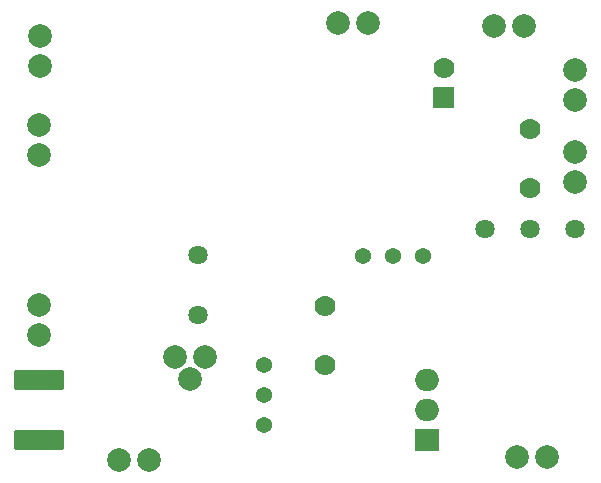
<source format=gbr>
%TF.GenerationSoftware,KiCad,Pcbnew,(6.0.2)*%
%TF.CreationDate,2022-10-25T13:23:13-07:00*%
%TF.ProjectId,powerAmp_RevB,706f7765-7241-46d7-905f-526576422e6b,rev?*%
%TF.SameCoordinates,Original*%
%TF.FileFunction,Soldermask,Bot*%
%TF.FilePolarity,Negative*%
%FSLAX46Y46*%
G04 Gerber Fmt 4.6, Leading zero omitted, Abs format (unit mm)*
G04 Created by KiCad (PCBNEW (6.0.2)) date 2022-10-25 13:23:13*
%MOMM*%
%LPD*%
G01*
G04 APERTURE LIST*
G04 Aperture macros list*
%AMRoundRect*
0 Rectangle with rounded corners*
0 $1 Rounding radius*
0 $2 $3 $4 $5 $6 $7 $8 $9 X,Y pos of 4 corners*
0 Add a 4 corners polygon primitive as box body*
4,1,4,$2,$3,$4,$5,$6,$7,$8,$9,$2,$3,0*
0 Add four circle primitives for the rounded corners*
1,1,$1+$1,$2,$3*
1,1,$1+$1,$4,$5*
1,1,$1+$1,$6,$7*
1,1,$1+$1,$8,$9*
0 Add four rect primitives between the rounded corners*
20,1,$1+$1,$2,$3,$4,$5,0*
20,1,$1+$1,$4,$5,$6,$7,0*
20,1,$1+$1,$6,$7,$8,$9,0*
20,1,$1+$1,$8,$9,$2,$3,0*%
G04 Aperture macros list end*
%ADD10C,2.006600*%
%ADD11C,1.367000*%
%ADD12C,1.778000*%
%ADD13R,2.000000X1.905000*%
%ADD14O,2.000000X1.905000*%
%ADD15RoundRect,0.063500X2.032000X-0.762000X2.032000X0.762000X-2.032000X0.762000X-2.032000X-0.762000X0*%
%ADD16C,1.627000*%
%ADD17RoundRect,0.063500X-0.825500X0.825500X-0.825500X-0.825500X0.825500X-0.825500X0.825500X0.825500X0*%
G04 APERTURE END LIST*
D10*
%TO.C,JP2*%
X159750000Y-89010000D03*
X162290000Y-89010000D03*
%TD*%
%TO.C,JP9*%
X121196100Y-112623600D03*
X121196100Y-115163600D03*
%TD*%
%TO.C,JP7*%
X166600000Y-99655000D03*
X166600000Y-102195000D03*
%TD*%
D11*
%TO.C,VR3*%
X140246100Y-117703600D03*
X140246100Y-120243600D03*
X140246100Y-122783600D03*
%TD*%
D10*
%TO.C,JP1*%
X121196100Y-99923600D03*
X121196100Y-97383600D03*
%TD*%
D12*
%TO.C,C4*%
X145400000Y-112700000D03*
X145400000Y-117700000D03*
%TD*%
D10*
%TO.C,JP12*%
X166600000Y-95245000D03*
X166600000Y-92705000D03*
%TD*%
%TO.C,JP5*%
X127960000Y-125700000D03*
X130500000Y-125700000D03*
%TD*%
%TO.C,Q6*%
X135270000Y-117000000D03*
X134000000Y-118905000D03*
X132730000Y-117000000D03*
%TD*%
D13*
%TO.C,Q1*%
X154080000Y-124050000D03*
D14*
X154080000Y-121510000D03*
X154080000Y-118970000D03*
%TD*%
D10*
%TO.C,JP4*%
X161630000Y-125510000D03*
X164170000Y-125510000D03*
%TD*%
D11*
%TO.C,VR5*%
X148620509Y-108475000D03*
X151160509Y-108475000D03*
X153700509Y-108475000D03*
%TD*%
D15*
%TO.C,J$1*%
X121196100Y-124053600D03*
X121196100Y-118973600D03*
%TD*%
D10*
%TO.C,JP8*%
X149045000Y-88710000D03*
X146505000Y-88710000D03*
%TD*%
D16*
%TO.C,U$1*%
X166610000Y-106140000D03*
X162800000Y-106140000D03*
X158990000Y-106140000D03*
%TD*%
D10*
%TO.C,JP6*%
X121250000Y-92345000D03*
X121250000Y-89805000D03*
%TD*%
D16*
%TO.C,U$6*%
X134625000Y-108385000D03*
X134625000Y-113465000D03*
%TD*%
D12*
%TO.C,C1*%
X162775000Y-102675000D03*
X162775000Y-97675000D03*
%TD*%
D17*
%TO.C,C9*%
X155450000Y-95095000D03*
D12*
X155450000Y-92555000D03*
%TD*%
M02*

</source>
